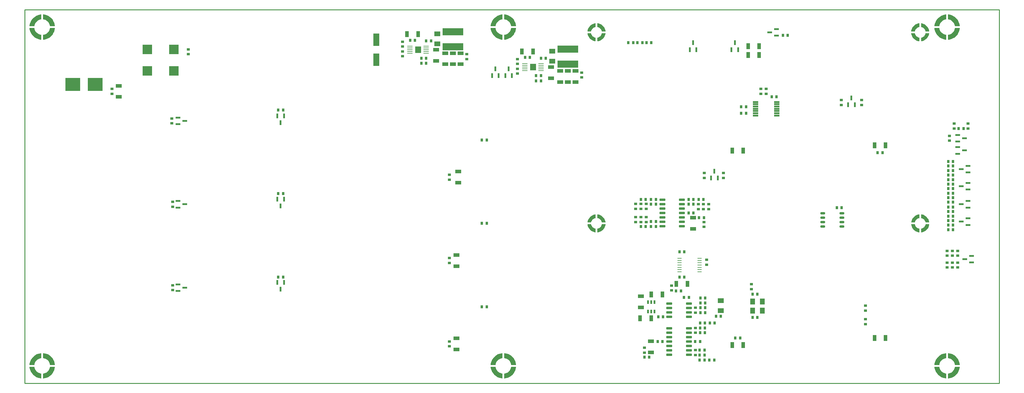
<source format=gtp>
G04 Layer_Color=10723209*
%FSLAX43Y43*%
%MOMM*%
G71*
G01*
G75*
%ADD10R,2.700X2.700*%
%ADD12R,6.000X2.000*%
%ADD13R,0.600X1.000*%
%ADD14R,0.600X1.350*%
%ADD15O,1.450X0.650*%
%ADD16R,1.340X1.800*%
%ADD17R,0.900X0.800*%
G04:AMPARAMS|DCode=18|XSize=0.45mm|YSize=1.6mm|CornerRadius=0.05mm|HoleSize=0mm|Usage=FLASHONLY|Rotation=90.000|XOffset=0mm|YOffset=0mm|HoleType=Round|Shape=RoundedRectangle|*
%AMROUNDEDRECTD18*
21,1,0.450,1.501,0,0,90.0*
21,1,0.351,1.600,0,0,90.0*
1,1,0.099,0.750,0.175*
1,1,0.099,0.750,-0.175*
1,1,0.099,-0.750,-0.175*
1,1,0.099,-0.750,0.175*
%
%ADD18ROUNDEDRECTD18*%
%ADD19R,4.240X3.810*%
%ADD20R,0.800X0.900*%
%ADD21R,1.800X3.550*%
G04:AMPARAMS|DCode=23|XSize=0.65mm|YSize=1.65mm|CornerRadius=0.049mm|HoleSize=0mm|Usage=FLASHONLY|Rotation=270.000|XOffset=0mm|YOffset=0mm|HoleType=Round|Shape=RoundedRectangle|*
%AMROUNDEDRECTD23*
21,1,0.650,1.552,0,0,270.0*
21,1,0.552,1.650,0,0,270.0*
1,1,0.098,-0.776,-0.276*
1,1,0.098,-0.776,0.276*
1,1,0.098,0.776,0.276*
1,1,0.098,0.776,-0.276*
%
%ADD23ROUNDEDRECTD23*%
%ADD24R,1.700X1.000*%
%ADD25R,1.000X1.700*%
G04:AMPARAMS|DCode=27|XSize=1.73mm|YSize=1.9mm|CornerRadius=0.052mm|HoleSize=0mm|Usage=FLASHONLY|Rotation=0.000|XOffset=0mm|YOffset=0mm|HoleType=Round|Shape=RoundedRectangle|*
%AMROUNDEDRECTD27*
21,1,1.730,1.796,0,0,0.0*
21,1,1.626,1.900,0,0,0.0*
1,1,0.104,0.813,-0.898*
1,1,0.104,-0.813,-0.898*
1,1,0.104,-0.813,0.898*
1,1,0.104,0.813,0.898*
%
%ADD27ROUNDEDRECTD27*%
%ADD28R,1.350X0.600*%
%ADD29R,1.800X1.340*%
%ADD38C,0.254*%
%ADD76O,1.300X0.250*%
G04:AMPARAMS|DCode=77|XSize=0.2mm|YSize=1.45mm|CornerRadius=0mm|HoleSize=0mm|Usage=FLASHONLY|Rotation=90.000|XOffset=0mm|YOffset=0mm|HoleType=Round|Shape=RoundedRectangle|*
%AMROUNDEDRECTD77*
21,1,0.200,1.450,0,0,90.0*
21,1,0.200,1.450,0,0,90.0*
1,1,0.000,0.725,0.100*
1,1,0.000,0.725,-0.100*
1,1,0.000,-0.725,-0.100*
1,1,0.000,-0.725,0.100*
%
%ADD77ROUNDEDRECTD77*%
G36*
X255740Y45750D02*
X255764Y45632D01*
X255840Y45402D01*
X255950Y45188D01*
X256092Y44993D01*
X256263Y44822D01*
X256458Y44680D01*
X256672Y44570D01*
X256902Y44494D01*
X257020Y44470D01*
X257020Y44470D01*
X257020D01*
X257020Y43412D01*
X256797Y43434D01*
X256364Y43553D01*
X255958Y43744D01*
X255590Y44003D01*
X255273Y44320D01*
X255014Y44688D01*
X254823Y45094D01*
X254704Y45527D01*
X254682Y45750D01*
Y45750D01*
X255741D01*
X255740Y45750D01*
D02*
G37*
G36*
X166838Y45750D02*
X166816Y45527D01*
X166697Y45094D01*
X166506Y44688D01*
X166247Y44320D01*
X165930Y44003D01*
X165562Y43744D01*
X165156Y43553D01*
X164723Y43434D01*
X164500Y43412D01*
X164500D01*
Y44471D01*
X164500Y44470D01*
X164618Y44494D01*
X164848Y44570D01*
X165062Y44680D01*
X165257Y44822D01*
X165428Y44993D01*
X165570Y45188D01*
X165680Y45402D01*
X165756Y45632D01*
X165780Y45750D01*
Y45750D01*
Y45750D01*
X166838Y45750D01*
D02*
G37*
G36*
X162720Y45750D02*
X162744Y45632D01*
X162820Y45402D01*
X162930Y45188D01*
X163072Y44993D01*
X163243Y44822D01*
X163438Y44680D01*
X163652Y44570D01*
X163882Y44494D01*
X164000Y44470D01*
X164000Y44470D01*
X164000D01*
X164000Y43412D01*
X163777Y43434D01*
X163344Y43553D01*
X162938Y43744D01*
X162570Y44003D01*
X162253Y44320D01*
X161994Y44688D01*
X161803Y45094D01*
X161684Y45527D01*
X161662Y45750D01*
Y45750D01*
X162721D01*
X162720Y45750D01*
D02*
G37*
G36*
X141141Y5250D02*
Y5250D01*
D01*
Y5250D01*
D02*
G37*
G36*
X137250Y8641D02*
Y7236D01*
X137250D01*
Y7236D01*
X137063Y7207D01*
X136699Y7103D01*
X136358Y6938D01*
X136049Y6719D01*
X135781Y6452D01*
X135562Y6143D01*
X135398Y5801D01*
X135293Y5437D01*
X135264Y5250D01*
Y5250D01*
X133859D01*
X133874Y5468D01*
X133955Y5897D01*
X134087Y6313D01*
X134268Y6710D01*
X134495Y7083D01*
X134765Y7427D01*
X135074Y7735D01*
X135417Y8005D01*
X135790Y8232D01*
X136187Y8413D01*
X136603Y8545D01*
X137032Y8626D01*
X137250Y8641D01*
D01*
X137250D01*
X137250D01*
D02*
G37*
G36*
X259858Y45750D02*
X259836Y45527D01*
X259717Y45094D01*
X259526Y44688D01*
X259267Y44320D01*
X258950Y44003D01*
X258582Y43744D01*
X258176Y43553D01*
X257743Y43434D01*
X257520Y43412D01*
X257520D01*
Y44471D01*
X257520Y44470D01*
X257638Y44494D01*
X257868Y44570D01*
X258082Y44680D01*
X258277Y44822D01*
X258448Y44993D01*
X258590Y45188D01*
X258700Y45402D01*
X258776Y45632D01*
X258800Y45750D01*
Y45750D01*
Y45750D01*
X259858Y45750D01*
D02*
G37*
G36*
X257020Y47529D02*
X257020Y47530D01*
X256902Y47506D01*
X256672Y47430D01*
X256458Y47320D01*
X256263Y47178D01*
X256092Y47007D01*
X255950Y46812D01*
X255840Y46598D01*
X255764Y46368D01*
X255740Y46250D01*
X255740D01*
Y46250D01*
X254682D01*
X254704Y46473D01*
X254823Y46906D01*
X255014Y47312D01*
X255273Y47680D01*
X255590Y47997D01*
X255957Y48256D01*
X256364Y48447D01*
X256797Y48566D01*
X257020Y48588D01*
Y48588D01*
X257020D01*
Y47529D01*
D02*
G37*
G36*
X162720Y100750D02*
X162744Y100632D01*
X162820Y100402D01*
X162930Y100188D01*
X163072Y99993D01*
X163243Y99822D01*
X163438Y99680D01*
X163652Y99570D01*
X163882Y99494D01*
X164000Y99470D01*
X164000Y99470D01*
X164000D01*
X164000Y98412D01*
X163777Y98434D01*
X163344Y98553D01*
X162938Y98744D01*
X162570Y99003D01*
X162253Y99320D01*
X161994Y99688D01*
X161803Y100094D01*
X161684Y100527D01*
X161662Y100750D01*
Y100750D01*
X162721D01*
X162720Y100750D01*
D02*
G37*
G36*
X164000Y47529D02*
X164000Y47530D01*
X163882Y47506D01*
X163652Y47430D01*
X163438Y47320D01*
X163243Y47178D01*
X163072Y47007D01*
X162930Y46812D01*
X162820Y46598D01*
X162744Y46368D01*
X162720Y46250D01*
X162720D01*
Y46250D01*
X161662D01*
X161684Y46473D01*
X161803Y46906D01*
X161994Y47312D01*
X162253Y47680D01*
X162570Y47997D01*
X162938Y48256D01*
X163344Y48447D01*
X163777Y48566D01*
X164000Y48588D01*
Y48588D01*
X164000D01*
Y47529D01*
D02*
G37*
G36*
X164723Y48566D02*
X165156Y48447D01*
X165562Y48256D01*
X165930Y47997D01*
X166247Y47680D01*
X166506Y47312D01*
X166697Y46906D01*
X166816Y46473D01*
X166838Y46250D01*
X166838Y46250D01*
Y46250D01*
X165779D01*
X165780Y46250D01*
X165756Y46368D01*
X165680Y46598D01*
X165570Y46812D01*
X165428Y47007D01*
X165257Y47178D01*
X165062Y47320D01*
X164848Y47430D01*
X164618Y47506D01*
X164500Y47530D01*
X164500D01*
Y48588D01*
X164723Y48566D01*
D02*
G37*
G36*
X257743D02*
X258176Y48447D01*
X258582Y48256D01*
X258950Y47997D01*
X259267Y47680D01*
X259526Y47312D01*
X259717Y46906D01*
X259836Y46473D01*
X259858Y46250D01*
X259858Y46250D01*
Y46250D01*
X258799D01*
X258800Y46250D01*
X258776Y46368D01*
X258700Y46598D01*
X258590Y46812D01*
X258448Y47007D01*
X258277Y47178D01*
X258082Y47320D01*
X257868Y47430D01*
X257638Y47506D01*
X257520Y47530D01*
X257520D01*
Y48588D01*
X257743Y48566D01*
D02*
G37*
G36*
X2793Y4563D02*
X2897Y4199D01*
X3062Y3858D01*
X3281Y3549D01*
X3548Y3281D01*
X3857Y3062D01*
X4199Y2898D01*
X4563Y2793D01*
X4750Y2764D01*
X4750D01*
Y1359D01*
X4750Y1359D01*
X4532Y1374D01*
X4103Y1455D01*
X3687Y1587D01*
X3290Y1768D01*
X2917Y1995D01*
X2573Y2265D01*
X2265Y2573D01*
X1995Y2917D01*
X1768Y3290D01*
X1587Y3687D01*
X1455Y4103D01*
X1374Y4532D01*
X1359Y4750D01*
X1359Y4750D01*
X2764D01*
Y4750D01*
X2793Y4563D01*
D02*
G37*
G36*
X262793D02*
X262897Y4199D01*
X263062Y3858D01*
X263281Y3549D01*
X263548Y3281D01*
X263857Y3062D01*
X264199Y2898D01*
X264563Y2793D01*
X264750Y2764D01*
X264750D01*
Y1359D01*
X264750Y1359D01*
X264532Y1374D01*
X264103Y1455D01*
X263687Y1587D01*
X263290Y1768D01*
X262917Y1995D01*
X262573Y2265D01*
X262265Y2573D01*
X261995Y2917D01*
X261768Y3290D01*
X261587Y3687D01*
X261455Y4103D01*
X261374Y4532D01*
X261359Y4750D01*
X261359Y4750D01*
X262764D01*
Y4750D01*
X262793Y4563D01*
D02*
G37*
G36*
X141141Y4750D02*
X141126Y4532D01*
X141045Y4103D01*
X140913Y3687D01*
X140732Y3290D01*
X140505Y2917D01*
X140235Y2573D01*
X139926Y2265D01*
X139583Y1995D01*
X139210Y1768D01*
X138813Y1587D01*
X138397Y1455D01*
X137968Y1374D01*
X137750Y1359D01*
X137750Y1359D01*
Y2764D01*
X137750D01*
X137937Y2793D01*
X138301Y2897D01*
X138642Y3062D01*
X138951Y3281D01*
X139219Y3548D01*
X139438Y3857D01*
X139602Y4199D01*
X139707Y4563D01*
X139736Y4750D01*
X139736Y4750D01*
X141141D01*
Y4750D01*
D02*
G37*
G36*
X8641Y4750D02*
X8626Y4532D01*
X8545Y4103D01*
X8413Y3687D01*
X8232Y3290D01*
X8005Y2917D01*
X7735Y2573D01*
X7426Y2265D01*
X7083Y1995D01*
X6710Y1768D01*
X6313Y1587D01*
X5897Y1455D01*
X5468Y1373D01*
X5250Y1359D01*
X5250Y1359D01*
Y2764D01*
X5250D01*
X5437Y2793D01*
X5801Y2897D01*
X6142Y3062D01*
X6451Y3281D01*
X6719Y3548D01*
X6938Y3857D01*
X7102Y4199D01*
X7207Y4563D01*
X7236Y4750D01*
X7236Y4750D01*
X8641D01*
Y4750D01*
D02*
G37*
G36*
X268641D02*
X268626Y4532D01*
X268545Y4103D01*
X268413Y3687D01*
X268232Y3290D01*
X268005Y2917D01*
X267735Y2573D01*
X267427Y2265D01*
X267083Y1995D01*
X266710Y1768D01*
X266313Y1587D01*
X265897Y1455D01*
X265468Y1373D01*
X265250Y1359D01*
X265250Y1359D01*
Y2764D01*
X265250D01*
X265437Y2793D01*
X265801Y2897D01*
X266142Y3062D01*
X266451Y3281D01*
X266719Y3548D01*
X266938Y3857D01*
X267102Y4199D01*
X267207Y4563D01*
X267236Y4750D01*
X267236Y4750D01*
X268641D01*
Y4750D01*
D02*
G37*
G36*
X135293Y4563D02*
X135397Y4199D01*
X135562Y3858D01*
X135781Y3549D01*
X136048Y3281D01*
X136357Y3062D01*
X136699Y2898D01*
X137063Y2793D01*
X137250Y2764D01*
X137250D01*
Y1359D01*
X137250Y1359D01*
X137032Y1374D01*
X136603Y1455D01*
X136187Y1587D01*
X135790Y1768D01*
X135417Y1995D01*
X135073Y2265D01*
X134765Y2573D01*
X134495Y2917D01*
X134268Y3290D01*
X134087Y3687D01*
X133955Y4103D01*
X133874Y4532D01*
X133859Y4750D01*
X133859Y4750D01*
X135264D01*
Y4750D01*
X135293Y4563D01*
D02*
G37*
G36*
X4750Y8641D02*
Y7236D01*
X4750D01*
Y7236D01*
X4563Y7207D01*
X4199Y7102D01*
X3858Y6938D01*
X3549Y6719D01*
X3281Y6452D01*
X3062Y6143D01*
X2898Y5801D01*
X2793Y5437D01*
X2764Y5250D01*
Y5250D01*
X1359D01*
X1374Y5468D01*
X1455Y5897D01*
X1587Y6313D01*
X1768Y6710D01*
X1995Y7083D01*
X2265Y7427D01*
X2573Y7735D01*
X2917Y8005D01*
X3290Y8232D01*
X3687Y8413D01*
X4103Y8545D01*
X4532Y8626D01*
X4750Y8641D01*
D01*
X4750D01*
X4750D01*
D02*
G37*
G36*
X264750D02*
Y7236D01*
X264750D01*
Y7236D01*
X264563Y7207D01*
X264199Y7102D01*
X263858Y6938D01*
X263549Y6719D01*
X263281Y6452D01*
X263062Y6143D01*
X262898Y5801D01*
X262793Y5437D01*
X262764Y5250D01*
Y5250D01*
X261359D01*
X261374Y5468D01*
X261455Y5897D01*
X261587Y6313D01*
X261768Y6710D01*
X261995Y7083D01*
X262265Y7427D01*
X262573Y7735D01*
X262917Y8005D01*
X263290Y8232D01*
X263687Y8413D01*
X264103Y8545D01*
X264532Y8626D01*
X264750Y8641D01*
D01*
X264750D01*
X264750D01*
D02*
G37*
G36*
X265468Y8626D02*
X265897Y8545D01*
X266313Y8413D01*
X266710Y8232D01*
X267083Y8005D01*
X267427Y7735D01*
X267735Y7426D01*
X268005Y7083D01*
X268232Y6710D01*
X268413Y6313D01*
X268545Y5897D01*
X268626Y5468D01*
X268641Y5250D01*
D01*
Y5250D01*
Y5250D01*
X267236D01*
Y5250D01*
X267236Y5250D01*
X267207Y5437D01*
X267103Y5801D01*
X266938Y6142D01*
X266719Y6451D01*
X266452Y6719D01*
X266143Y6938D01*
X265801Y7102D01*
X265437Y7207D01*
X265250Y7236D01*
X265250Y7236D01*
Y8641D01*
X265468Y8626D01*
D02*
G37*
G36*
X5468D02*
X5897Y8545D01*
X6313Y8413D01*
X6710Y8232D01*
X7083Y8005D01*
X7427Y7735D01*
X7735Y7426D01*
X8005Y7083D01*
X8232Y6710D01*
X8413Y6313D01*
X8545Y5897D01*
X8626Y5468D01*
X8641Y5250D01*
D01*
Y5250D01*
Y5250D01*
X7236D01*
Y5250D01*
X7236Y5250D01*
X7207Y5437D01*
X7103Y5801D01*
X6938Y6142D01*
X6719Y6451D01*
X6452Y6719D01*
X6143Y6938D01*
X5801Y7102D01*
X5437Y7207D01*
X5250Y7236D01*
X5250Y7236D01*
Y8641D01*
X5468Y8626D01*
D02*
G37*
G36*
X137968Y8626D02*
X138397Y8545D01*
X138813Y8413D01*
X139210Y8232D01*
X139583Y8005D01*
X139927Y7735D01*
X140235Y7426D01*
X140505Y7083D01*
X140732Y6710D01*
X140913Y6313D01*
X141045Y5897D01*
X141126Y5468D01*
X141141Y5250D01*
X139736D01*
Y5250D01*
X139736Y5250D01*
X139707Y5437D01*
X139603Y5801D01*
X139438Y6142D01*
X139219Y6451D01*
X138952Y6719D01*
X138643Y6938D01*
X138301Y7102D01*
X137937Y7207D01*
X137750Y7236D01*
X137750Y7236D01*
Y8641D01*
X137968Y8626D01*
D02*
G37*
G36*
Y106126D02*
X138397Y106045D01*
X138813Y105913D01*
X139210Y105732D01*
X139583Y105505D01*
X139927Y105235D01*
X140235Y104926D01*
X140505Y104583D01*
X140732Y104210D01*
X140913Y103813D01*
X141045Y103397D01*
X141126Y102968D01*
X141141Y102750D01*
D01*
Y102750D01*
Y102750D01*
X139736D01*
Y102750D01*
X139736Y102750D01*
X139707Y102937D01*
X139603Y103301D01*
X139438Y103642D01*
X139219Y103951D01*
X138952Y104219D01*
X138643Y104438D01*
X138301Y104602D01*
X137937Y104707D01*
X137750Y104736D01*
X137750Y104736D01*
Y106141D01*
X137968Y106126D01*
D02*
G37*
G36*
X265468D02*
X265897Y106045D01*
X266313Y105913D01*
X266710Y105732D01*
X267083Y105505D01*
X267427Y105235D01*
X267735Y104926D01*
X268005Y104583D01*
X268232Y104210D01*
X268413Y103813D01*
X268545Y103397D01*
X268626Y102968D01*
X268641Y102750D01*
D01*
Y102750D01*
Y102750D01*
X267236D01*
Y102750D01*
X267236Y102750D01*
X267207Y102937D01*
X267103Y103301D01*
X266938Y103642D01*
X266719Y103951D01*
X266452Y104219D01*
X266143Y104438D01*
X265801Y104602D01*
X265437Y104707D01*
X265250Y104736D01*
X265250Y104736D01*
Y106141D01*
X265468Y106126D01*
D02*
G37*
G36*
X5468D02*
X5897Y106045D01*
X6313Y105913D01*
X6710Y105732D01*
X7083Y105505D01*
X7427Y105235D01*
X7735Y104926D01*
X8005Y104583D01*
X8232Y104210D01*
X8413Y103813D01*
X8545Y103397D01*
X8626Y102968D01*
X8641Y102750D01*
D01*
Y102750D01*
Y102750D01*
X7236D01*
Y102750D01*
X7236Y102750D01*
X7207Y102937D01*
X7103Y103301D01*
X6938Y103642D01*
X6719Y103951D01*
X6452Y104219D01*
X6143Y104438D01*
X5801Y104602D01*
X5437Y104707D01*
X5250Y104736D01*
X5250Y104736D01*
Y106141D01*
X5468Y106126D01*
D02*
G37*
G36*
X164000Y102529D02*
X164000Y102530D01*
X163882Y102506D01*
X163652Y102430D01*
X163438Y102320D01*
X163243Y102178D01*
X163072Y102007D01*
X162930Y101812D01*
X162820Y101598D01*
X162744Y101368D01*
X162720Y101250D01*
X162720D01*
Y101250D01*
X161662D01*
X161684Y101473D01*
X161803Y101906D01*
X161994Y102312D01*
X162253Y102680D01*
X162570Y102997D01*
X162938Y103256D01*
X163344Y103447D01*
X163777Y103566D01*
X164000Y103588D01*
Y103588D01*
X164000D01*
Y102529D01*
D02*
G37*
G36*
X257000D02*
X257000Y102530D01*
X256882Y102506D01*
X256652Y102430D01*
X256438Y102320D01*
X256243Y102178D01*
X256072Y102007D01*
X255930Y101812D01*
X255820Y101598D01*
X255744Y101368D01*
X255720Y101250D01*
X255720D01*
Y101250D01*
X254662D01*
X254684Y101473D01*
X254803Y101906D01*
X254994Y102312D01*
X255253Y102680D01*
X255570Y102997D01*
X255938Y103256D01*
X256344Y103447D01*
X256777Y103566D01*
X257000Y103588D01*
Y103588D01*
X257000D01*
Y102529D01*
D02*
G37*
G36*
X4750Y104736D02*
X4750D01*
Y104736D01*
X4563Y104707D01*
X4199Y104603D01*
X3858Y104438D01*
X3549Y104219D01*
X3281Y103952D01*
X3062Y103643D01*
X2898Y103301D01*
X2793Y102937D01*
X2764Y102750D01*
Y102750D01*
X1359D01*
X1374Y102968D01*
X1455Y103397D01*
X1587Y103813D01*
X1768Y104210D01*
X1995Y104583D01*
X2265Y104927D01*
X2573Y105235D01*
X2917Y105505D01*
X3290Y105732D01*
X3687Y105913D01*
X4103Y106045D01*
X4532Y106126D01*
X4750Y106141D01*
Y104736D01*
D02*
G37*
G36*
X137250Y106141D02*
D01*
X137250D01*
X137250D01*
D02*
G37*
G36*
X264750D02*
D01*
X264750D01*
X264750D01*
D02*
G37*
G36*
X4750D02*
D01*
X4750D01*
X4750D01*
D02*
G37*
G36*
X137250Y104736D02*
X137250D01*
Y104736D01*
X137063Y104707D01*
X136699Y104603D01*
X136358Y104438D01*
X136049Y104219D01*
X135781Y103952D01*
X135562Y103643D01*
X135398Y103301D01*
X135293Y102937D01*
X135264Y102750D01*
Y102750D01*
X133859D01*
X133874Y102968D01*
X133955Y103397D01*
X134087Y103813D01*
X134268Y104210D01*
X134495Y104583D01*
X134765Y104927D01*
X135074Y105235D01*
X135417Y105505D01*
X135790Y105732D01*
X136187Y105913D01*
X136603Y106045D01*
X137032Y106126D01*
X137250Y106141D01*
Y104736D01*
D02*
G37*
G36*
X264750D02*
X264750D01*
Y104736D01*
X264563Y104707D01*
X264199Y104603D01*
X263858Y104438D01*
X263549Y104219D01*
X263281Y103952D01*
X263062Y103643D01*
X262898Y103301D01*
X262793Y102937D01*
X262764Y102750D01*
Y102750D01*
X261359D01*
X261374Y102968D01*
X261455Y103397D01*
X261587Y103813D01*
X261768Y104210D01*
X261995Y104583D01*
X262265Y104927D01*
X262573Y105235D01*
X262917Y105505D01*
X263290Y105732D01*
X263687Y105913D01*
X264103Y106045D01*
X264532Y106126D01*
X264750Y106141D01*
Y104736D01*
D02*
G37*
G36*
X268641Y102250D02*
X268626Y102032D01*
X268545Y101603D01*
X268413Y101187D01*
X268232Y100790D01*
X268005Y100417D01*
X267735Y100073D01*
X267427Y99765D01*
X267083Y99495D01*
X266710Y99268D01*
X266313Y99087D01*
X265897Y98955D01*
X265468Y98874D01*
X265250Y98859D01*
X265250Y98859D01*
Y100264D01*
X265250D01*
X265437Y100293D01*
X265801Y100397D01*
X266142Y100562D01*
X266451Y100781D01*
X266719Y101048D01*
X266938Y101357D01*
X267102Y101699D01*
X267207Y102063D01*
X267236Y102250D01*
X267236Y102250D01*
X268641D01*
Y102250D01*
D02*
G37*
G36*
X166838Y100750D02*
X166816Y100527D01*
X166697Y100094D01*
X166506Y99688D01*
X166247Y99320D01*
X165930Y99003D01*
X165562Y98744D01*
X165156Y98553D01*
X164723Y98434D01*
X164500Y98412D01*
X164500D01*
Y99471D01*
X164500Y99470D01*
X164618Y99494D01*
X164848Y99570D01*
X165062Y99680D01*
X165257Y99822D01*
X165428Y99993D01*
X165570Y100188D01*
X165680Y100402D01*
X165756Y100632D01*
X165780Y100750D01*
Y100750D01*
Y100750D01*
X166838Y100750D01*
D02*
G37*
G36*
X141141Y102250D02*
X141126Y102032D01*
X141045Y101603D01*
X140913Y101187D01*
X140732Y100790D01*
X140505Y100417D01*
X140235Y100073D01*
X139926Y99765D01*
X139583Y99495D01*
X139210Y99268D01*
X138813Y99087D01*
X138397Y98955D01*
X137968Y98874D01*
X137750Y98859D01*
X137750Y98859D01*
Y100264D01*
X137750D01*
X137937Y100293D01*
X138301Y100397D01*
X138642Y100562D01*
X138951Y100781D01*
X139219Y101048D01*
X139438Y101357D01*
X139602Y101699D01*
X139707Y102063D01*
X139736Y102250D01*
X139736Y102250D01*
X141141D01*
Y102250D01*
D02*
G37*
G36*
X255720Y100750D02*
X255744Y100632D01*
X255820Y100402D01*
X255930Y100188D01*
X256072Y99993D01*
X256243Y99822D01*
X256438Y99680D01*
X256652Y99570D01*
X256882Y99494D01*
X257000Y99470D01*
X257000Y99470D01*
X257000D01*
X257000Y98412D01*
X256777Y98434D01*
X256344Y98553D01*
X255938Y98744D01*
X255570Y99003D01*
X255253Y99320D01*
X254994Y99688D01*
X254803Y100094D01*
X254684Y100527D01*
X254662Y100750D01*
Y100750D01*
X255721D01*
X255720Y100750D01*
D02*
G37*
G36*
X8641Y102250D02*
X8626Y102032D01*
X8545Y101603D01*
X8413Y101187D01*
X8232Y100790D01*
X8005Y100417D01*
X7735Y100073D01*
X7426Y99765D01*
X7083Y99495D01*
X6710Y99268D01*
X6313Y99087D01*
X5897Y98955D01*
X5468Y98874D01*
X5250Y98859D01*
X5250Y98859D01*
Y100264D01*
X5250D01*
X5437Y100293D01*
X5801Y100397D01*
X6142Y100562D01*
X6451Y100781D01*
X6719Y101048D01*
X6938Y101357D01*
X7102Y101699D01*
X7207Y102063D01*
X7236Y102250D01*
X7236Y102250D01*
X8641D01*
Y102250D01*
D02*
G37*
G36*
X259838Y100750D02*
X259816Y100527D01*
X259697Y100094D01*
X259506Y99688D01*
X259247Y99320D01*
X258930Y99003D01*
X258562Y98744D01*
X258156Y98553D01*
X257723Y98434D01*
X257500Y98412D01*
X257500D01*
Y99471D01*
X257500Y99470D01*
X257618Y99494D01*
X257848Y99570D01*
X258062Y99680D01*
X258257Y99822D01*
X258428Y99993D01*
X258570Y100188D01*
X258680Y100402D01*
X258756Y100632D01*
X258780Y100750D01*
Y100750D01*
Y100750D01*
X259838Y100750D01*
D02*
G37*
G36*
X135293Y102063D02*
X135397Y101699D01*
X135562Y101358D01*
X135781Y101049D01*
X136048Y100781D01*
X136357Y100562D01*
X136699Y100398D01*
X137063Y100293D01*
X137250Y100264D01*
X137250D01*
Y98859D01*
X137250Y98859D01*
X137032Y98874D01*
X136603Y98955D01*
X136187Y99087D01*
X135790Y99268D01*
X135417Y99495D01*
X135073Y99765D01*
X134765Y100074D01*
X134495Y100417D01*
X134268Y100790D01*
X134087Y101187D01*
X133955Y101603D01*
X133874Y102032D01*
X133859Y102250D01*
X133859Y102250D01*
X135264D01*
Y102250D01*
X135293Y102063D01*
D02*
G37*
G36*
X262793D02*
X262897Y101699D01*
X263062Y101358D01*
X263281Y101049D01*
X263548Y100781D01*
X263857Y100562D01*
X264199Y100398D01*
X264563Y100293D01*
X264750Y100264D01*
X264750D01*
Y98859D01*
X264750Y98859D01*
X264532Y98874D01*
X264103Y98955D01*
X263687Y99087D01*
X263290Y99268D01*
X262917Y99495D01*
X262573Y99765D01*
X262265Y100074D01*
X261995Y100417D01*
X261768Y100790D01*
X261587Y101187D01*
X261455Y101603D01*
X261374Y102032D01*
X261359Y102250D01*
X261359Y102250D01*
X262764D01*
Y102250D01*
X262793Y102063D01*
D02*
G37*
G36*
X2793D02*
X2897Y101699D01*
X3062Y101358D01*
X3281Y101049D01*
X3548Y100781D01*
X3857Y100562D01*
X4199Y100398D01*
X4563Y100293D01*
X4750Y100264D01*
X4750D01*
Y98859D01*
X4750Y98859D01*
X4532Y98874D01*
X4103Y98955D01*
X3687Y99087D01*
X3290Y99268D01*
X2917Y99495D01*
X2573Y99765D01*
X2265Y100074D01*
X1995Y100417D01*
X1768Y100790D01*
X1587Y101187D01*
X1455Y101603D01*
X1374Y102032D01*
X1359Y102250D01*
X1359Y102250D01*
X2764D01*
Y102250D01*
X2793Y102063D01*
D02*
G37*
G36*
X164723Y103566D02*
X165156Y103447D01*
X165562Y103256D01*
X165930Y102997D01*
X166247Y102680D01*
X166506Y102312D01*
X166697Y101906D01*
X166816Y101473D01*
X166838Y101250D01*
X166838Y101250D01*
Y101250D01*
X165779D01*
X165780Y101250D01*
X165756Y101368D01*
X165680Y101598D01*
X165570Y101812D01*
X165428Y102007D01*
X165257Y102178D01*
X165062Y102320D01*
X164848Y102430D01*
X164618Y102506D01*
X164500Y102530D01*
X164500D01*
Y103588D01*
X164723Y103566D01*
D02*
G37*
G36*
X257723D02*
X258156Y103447D01*
X258562Y103256D01*
X258930Y102997D01*
X259247Y102680D01*
X259506Y102312D01*
X259697Y101906D01*
X259816Y101473D01*
X259838Y101250D01*
X259838Y101250D01*
Y101250D01*
X258779D01*
X258780Y101250D01*
X258756Y101368D01*
X258680Y101598D01*
X258570Y101812D01*
X258428Y102007D01*
X258257Y102178D01*
X258062Y102320D01*
X257848Y102430D01*
X257618Y102506D01*
X257500Y102530D01*
X257500D01*
Y103588D01*
X257723Y103566D01*
D02*
G37*
D10*
X35190Y89890D02*
D03*
X42810D02*
D03*
Y96110D02*
D03*
X35190D02*
D03*
D12*
X123000Y96850D02*
D03*
Y101150D02*
D03*
X156000Y91850D02*
D03*
Y96150D02*
D03*
D13*
X179050Y20625D02*
D03*
X180000D02*
D03*
X180950D02*
D03*
Y23375D02*
D03*
X180000D02*
D03*
X179050D02*
D03*
D14*
X138050Y88525D02*
D03*
X139950D02*
D03*
X139000Y90475D02*
D03*
X236550Y80125D02*
D03*
X238450D02*
D03*
X237500Y82075D02*
D03*
X191050Y96025D02*
D03*
X192950D02*
D03*
X192000Y97975D02*
D03*
X203050Y96025D02*
D03*
X204950D02*
D03*
X204000Y97975D02*
D03*
X74450Y28975D02*
D03*
X72550D02*
D03*
X73500Y27025D02*
D03*
X74450Y52975D02*
D03*
X72550D02*
D03*
X73500Y51025D02*
D03*
X74450Y76975D02*
D03*
X72550D02*
D03*
X73500Y75025D02*
D03*
X197180Y59095D02*
D03*
X199080D02*
D03*
X198130Y61045D02*
D03*
X134250Y88525D02*
D03*
X136150D02*
D03*
X135200Y90475D02*
D03*
D15*
X234725Y45095D02*
D03*
Y46365D02*
D03*
Y47635D02*
D03*
Y48905D02*
D03*
X229275Y45095D02*
D03*
Y46365D02*
D03*
Y47635D02*
D03*
Y48905D02*
D03*
D16*
X211930Y23500D02*
D03*
X209070D02*
D03*
X211930Y20900D02*
D03*
X209070D02*
D03*
D17*
X241500Y17000D02*
D03*
Y18400D02*
D03*
X268000Y34700D02*
D03*
Y33300D02*
D03*
X213000Y83300D02*
D03*
Y84700D02*
D03*
X211500Y83300D02*
D03*
Y84700D02*
D03*
X265700Y69800D02*
D03*
Y71200D02*
D03*
X265000Y33300D02*
D03*
Y34700D02*
D03*
Y36700D02*
D03*
Y38100D02*
D03*
X266500Y34700D02*
D03*
Y33300D02*
D03*
Y36700D02*
D03*
Y38100D02*
D03*
X267000Y74700D02*
D03*
Y73300D02*
D03*
X271000Y74700D02*
D03*
Y73300D02*
D03*
X192700Y15900D02*
D03*
Y14500D02*
D03*
Y21700D02*
D03*
Y20300D02*
D03*
Y8100D02*
D03*
Y9500D02*
D03*
X178000Y8800D02*
D03*
Y10200D02*
D03*
X178500Y47800D02*
D03*
Y46400D02*
D03*
X122000Y12000D02*
D03*
Y10600D02*
D03*
X178500Y50200D02*
D03*
Y51600D02*
D03*
X122000Y36000D02*
D03*
Y34600D02*
D03*
X193500Y50100D02*
D03*
Y51500D02*
D03*
X122000Y60000D02*
D03*
Y58600D02*
D03*
X195100Y46400D02*
D03*
Y45000D02*
D03*
X195230Y59070D02*
D03*
Y60470D02*
D03*
X200730Y59070D02*
D03*
Y60470D02*
D03*
X25000Y84700D02*
D03*
Y83300D02*
D03*
X47000Y96100D02*
D03*
Y94700D02*
D03*
X160000Y89400D02*
D03*
Y88000D02*
D03*
X141500Y90500D02*
D03*
Y89100D02*
D03*
X127000Y93300D02*
D03*
Y94700D02*
D03*
X108500Y94100D02*
D03*
Y95500D02*
D03*
X185800Y26700D02*
D03*
Y28100D02*
D03*
X175500Y46400D02*
D03*
Y47800D02*
D03*
X177000D02*
D03*
Y46400D02*
D03*
X175500Y51600D02*
D03*
Y50200D02*
D03*
X177000D02*
D03*
Y51600D02*
D03*
X196500Y51500D02*
D03*
Y50100D02*
D03*
X195000D02*
D03*
Y51500D02*
D03*
X141500Y91900D02*
D03*
Y93300D02*
D03*
X108500Y96900D02*
D03*
Y98300D02*
D03*
X42500Y26800D02*
D03*
Y28200D02*
D03*
X240400Y80100D02*
D03*
Y81500D02*
D03*
X42500Y50800D02*
D03*
Y52200D02*
D03*
X234600Y80100D02*
D03*
Y81500D02*
D03*
X42200Y74800D02*
D03*
Y76200D02*
D03*
X268000Y36700D02*
D03*
Y38100D02*
D03*
X195900Y35500D02*
D03*
Y34100D02*
D03*
X241500Y22300D02*
D03*
Y20900D02*
D03*
X208800Y27100D02*
D03*
Y28500D02*
D03*
D18*
X216050Y77050D02*
D03*
Y77700D02*
D03*
Y78350D02*
D03*
Y79000D02*
D03*
Y79650D02*
D03*
Y80300D02*
D03*
Y80950D02*
D03*
X209950Y77050D02*
D03*
Y77700D02*
D03*
Y78350D02*
D03*
Y79000D02*
D03*
Y79650D02*
D03*
Y80300D02*
D03*
Y80950D02*
D03*
D19*
X20185Y86000D02*
D03*
X13815D02*
D03*
D20*
X195100Y47600D02*
D03*
X193700D02*
D03*
X207200Y77700D02*
D03*
X205800D02*
D03*
X207200Y79600D02*
D03*
X205800D02*
D03*
X268300Y73300D02*
D03*
X269700D02*
D03*
X196800Y17300D02*
D03*
X198200D02*
D03*
X194100Y23100D02*
D03*
X195500D02*
D03*
X198100Y6700D02*
D03*
X196700D02*
D03*
X183200Y12000D02*
D03*
X181800D02*
D03*
X177000Y45100D02*
D03*
X178400D02*
D03*
X188100Y37800D02*
D03*
X189500D02*
D03*
X177000Y52900D02*
D03*
X178400D02*
D03*
X195000D02*
D03*
X193600D02*
D03*
X187100Y26600D02*
D03*
X188500D02*
D03*
X188100Y30500D02*
D03*
X189500D02*
D03*
X190700Y49000D02*
D03*
X192100D02*
D03*
X205530Y12970D02*
D03*
X204130D02*
D03*
X245030Y66370D02*
D03*
X246430D02*
D03*
X234700Y50500D02*
D03*
X233300D02*
D03*
X148300Y93500D02*
D03*
X149700D02*
D03*
X143700Y93800D02*
D03*
X145100D02*
D03*
X115300Y98500D02*
D03*
X116700D02*
D03*
X112100Y98700D02*
D03*
X110700D02*
D03*
X173400Y98000D02*
D03*
X174800D02*
D03*
X216000Y82400D02*
D03*
X214600D02*
D03*
X178000Y7500D02*
D03*
X179400D02*
D03*
X195400Y17300D02*
D03*
X194000D02*
D03*
Y15900D02*
D03*
X195400D02*
D03*
X194000Y14500D02*
D03*
X195400D02*
D03*
X194100Y21700D02*
D03*
X195500D02*
D03*
Y24500D02*
D03*
X194100D02*
D03*
Y20300D02*
D03*
X195500D02*
D03*
X179900Y45100D02*
D03*
X181300D02*
D03*
Y46500D02*
D03*
X179900D02*
D03*
X131300Y22000D02*
D03*
X132700D02*
D03*
X179900Y52900D02*
D03*
X181300D02*
D03*
Y51500D02*
D03*
X179900D02*
D03*
X131300Y46000D02*
D03*
X132700D02*
D03*
X192100Y52900D02*
D03*
X190700D02*
D03*
Y51500D02*
D03*
X192100D02*
D03*
X131300Y70000D02*
D03*
X132700D02*
D03*
X146900Y87000D02*
D03*
X148300D02*
D03*
Y88500D02*
D03*
X146900D02*
D03*
X113900Y92100D02*
D03*
X115300D02*
D03*
Y93500D02*
D03*
X113900D02*
D03*
X72800Y30500D02*
D03*
X74200D02*
D03*
X72800Y54600D02*
D03*
X74200D02*
D03*
X72800Y78600D02*
D03*
X74200D02*
D03*
X265300Y45500D02*
D03*
X266700D02*
D03*
X265300Y46800D02*
D03*
X266700D02*
D03*
X265300Y50700D02*
D03*
X266700D02*
D03*
X265300Y52100D02*
D03*
X266700D02*
D03*
X176000Y98000D02*
D03*
X177400D02*
D03*
X180000D02*
D03*
X178600D02*
D03*
X192600Y12000D02*
D03*
X194000D02*
D03*
X183400Y19100D02*
D03*
X182000D02*
D03*
X190800Y24700D02*
D03*
X189400D02*
D03*
X193900Y8100D02*
D03*
X195300D02*
D03*
Y6700D02*
D03*
X193900D02*
D03*
Y9500D02*
D03*
X195300D02*
D03*
X265300Y56000D02*
D03*
X266700D02*
D03*
X265300Y57300D02*
D03*
X266700D02*
D03*
X265300Y61200D02*
D03*
X266700D02*
D03*
X265300Y62500D02*
D03*
X266700D02*
D03*
Y63800D02*
D03*
X265300D02*
D03*
X266700Y59900D02*
D03*
X265300D02*
D03*
X266700Y58600D02*
D03*
X265300D02*
D03*
X266700Y54700D02*
D03*
X265300D02*
D03*
X266700Y53400D02*
D03*
X265300D02*
D03*
X266700Y49400D02*
D03*
X265300D02*
D03*
X266700Y48100D02*
D03*
X265300D02*
D03*
X266700Y44200D02*
D03*
X265300D02*
D03*
X217800Y100100D02*
D03*
X219200D02*
D03*
X209100Y18900D02*
D03*
X210500D02*
D03*
X200000Y19300D02*
D03*
X198600D02*
D03*
X209100Y25600D02*
D03*
X210500D02*
D03*
D21*
X101000Y93125D02*
D03*
Y98875D02*
D03*
D23*
X183175Y52810D02*
D03*
Y51540D02*
D03*
Y50270D02*
D03*
Y49000D02*
D03*
Y47730D02*
D03*
Y46460D02*
D03*
Y45190D02*
D03*
X188825Y52810D02*
D03*
Y51540D02*
D03*
Y50270D02*
D03*
Y49000D02*
D03*
Y47730D02*
D03*
Y46460D02*
D03*
Y45190D02*
D03*
X190825Y19095D02*
D03*
Y20365D02*
D03*
Y21635D02*
D03*
Y22905D02*
D03*
X185175Y19095D02*
D03*
Y20365D02*
D03*
Y21635D02*
D03*
Y22905D02*
D03*
X190825Y8190D02*
D03*
Y9460D02*
D03*
Y10730D02*
D03*
Y12000D02*
D03*
Y13270D02*
D03*
Y14540D02*
D03*
Y15810D02*
D03*
X185175Y8190D02*
D03*
Y9460D02*
D03*
Y10730D02*
D03*
Y12000D02*
D03*
Y13270D02*
D03*
Y14540D02*
D03*
Y15810D02*
D03*
D24*
X125200Y91800D02*
D03*
Y95000D02*
D03*
X179900Y12100D02*
D03*
Y8900D02*
D03*
X124000Y9700D02*
D03*
Y12900D02*
D03*
Y33700D02*
D03*
Y36900D02*
D03*
X124500Y57700D02*
D03*
Y60900D02*
D03*
X192000Y44400D02*
D03*
Y47600D02*
D03*
X27000Y82400D02*
D03*
Y85600D02*
D03*
X153800Y86700D02*
D03*
Y89900D02*
D03*
X156000Y86700D02*
D03*
Y89900D02*
D03*
X158200Y86700D02*
D03*
Y89900D02*
D03*
X120800Y91800D02*
D03*
Y95000D02*
D03*
X123000Y91800D02*
D03*
Y95000D02*
D03*
X151200Y87800D02*
D03*
Y91000D02*
D03*
X118200Y92800D02*
D03*
Y96000D02*
D03*
X177000Y21800D02*
D03*
Y25000D02*
D03*
D25*
X207800Y97000D02*
D03*
X211000D02*
D03*
X190400Y28600D02*
D03*
X187200D02*
D03*
X203230Y10970D02*
D03*
X206430D02*
D03*
X247330Y68470D02*
D03*
X244130D02*
D03*
Y12970D02*
D03*
X247330D02*
D03*
X206430Y66970D02*
D03*
X203230D02*
D03*
X146000Y95500D02*
D03*
X142800D02*
D03*
X113000Y100500D02*
D03*
X109800D02*
D03*
X207800Y94500D02*
D03*
X211000D02*
D03*
X183200Y25500D02*
D03*
X180000D02*
D03*
X176800Y18700D02*
D03*
X180000D02*
D03*
D27*
X113000Y96000D02*
D03*
X146000Y91000D02*
D03*
D28*
X269975Y70500D02*
D03*
X268025Y69550D02*
D03*
Y71450D02*
D03*
X270025Y35700D02*
D03*
X271975Y36650D02*
D03*
Y34750D02*
D03*
X270975Y45550D02*
D03*
Y47450D02*
D03*
X269025Y46500D02*
D03*
X270975Y50550D02*
D03*
Y52450D02*
D03*
X269025Y51500D02*
D03*
X270975Y55750D02*
D03*
Y57650D02*
D03*
X269025Y56700D02*
D03*
X270975Y60650D02*
D03*
Y62550D02*
D03*
X269025Y61600D02*
D03*
X44025Y28450D02*
D03*
Y26550D02*
D03*
X45975Y27500D02*
D03*
X44025Y52450D02*
D03*
Y50550D02*
D03*
X45975Y51500D02*
D03*
X44025Y76450D02*
D03*
Y74550D02*
D03*
X45975Y75500D02*
D03*
X215975Y100050D02*
D03*
Y101950D02*
D03*
X214025Y101000D02*
D03*
X268025Y67950D02*
D03*
Y66050D02*
D03*
X269975Y67000D02*
D03*
D29*
X151500Y92670D02*
D03*
Y95530D02*
D03*
X118500Y100530D02*
D03*
Y97670D02*
D03*
X200000Y23730D02*
D03*
Y20870D02*
D03*
D38*
X0Y0D02*
Y107500D01*
X280000D01*
Y0D02*
Y107500D01*
X0Y0D02*
X280000D01*
D76*
X188125Y35950D02*
D03*
Y35300D02*
D03*
Y34650D02*
D03*
Y34000D02*
D03*
Y33350D02*
D03*
Y32700D02*
D03*
Y32050D02*
D03*
X193875Y35950D02*
D03*
Y35300D02*
D03*
Y34650D02*
D03*
Y34000D02*
D03*
Y33350D02*
D03*
Y32700D02*
D03*
Y32050D02*
D03*
D77*
X115325Y95000D02*
D03*
Y95500D02*
D03*
Y96000D02*
D03*
Y96500D02*
D03*
X110675Y95000D02*
D03*
Y95500D02*
D03*
Y96000D02*
D03*
Y96500D02*
D03*
Y97000D02*
D03*
X115325D02*
D03*
X148325Y92000D02*
D03*
X143675D02*
D03*
Y91500D02*
D03*
Y91000D02*
D03*
Y90500D02*
D03*
Y90000D02*
D03*
X148325Y91500D02*
D03*
Y91000D02*
D03*
Y90500D02*
D03*
Y90000D02*
D03*
M02*

</source>
